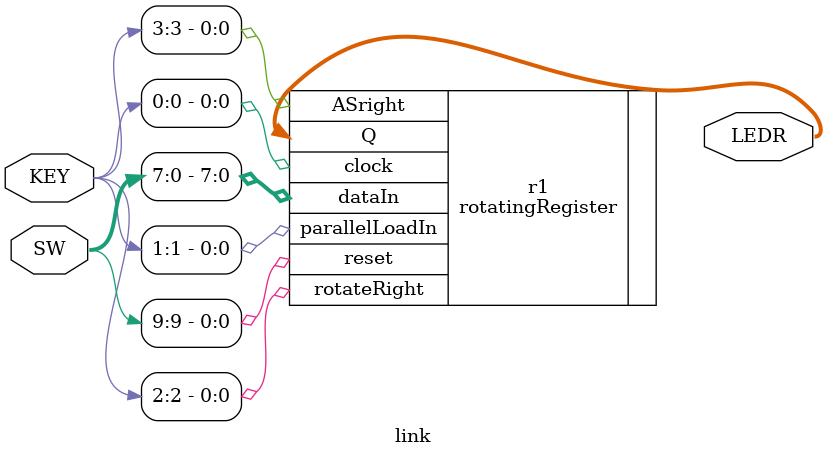
<source format=v>
`timescale 1ns/1ns

module link(SW, KEY, LEDR);
	input [9:0] SW;
	input [3:0] KEY;
	output [7:0] LEDR;

	rotatingRegister r1(
						.clock(KEY[0]),
						.reset(SW[9]),
						.parallelLoadIn(KEY[1]),
						.rotateRight(KEY[2]),
						.ASright(KEY[3]),
						.dataIn(SW[7:0]),
						.Q(LEDR[7:0])
					   );
	
endmodule
</source>
